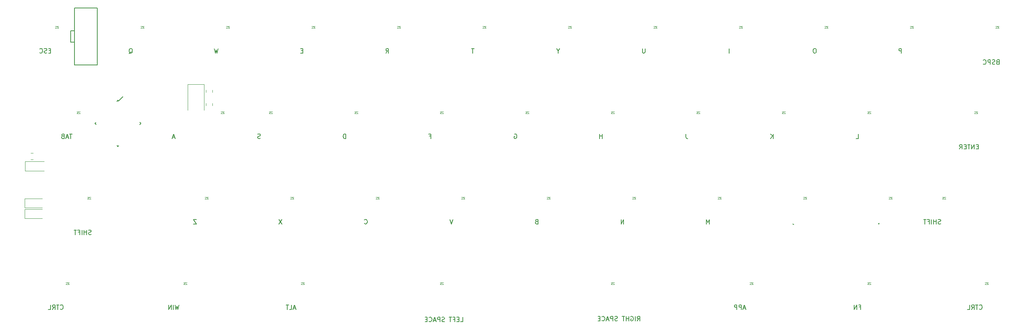
<source format=gbr>
G04 #@! TF.GenerationSoftware,KiCad,Pcbnew,(5.1.2)-2*
G04 #@! TF.CreationDate,2019-08-05T19:31:07+07:00*
G04 #@! TF.ProjectId,PCB,5043422e-6b69-4636-9164-5f7063625858,a*
G04 #@! TF.SameCoordinates,Original*
G04 #@! TF.FileFunction,Legend,Bot*
G04 #@! TF.FilePolarity,Positive*
%FSLAX46Y46*%
G04 Gerber Fmt 4.6, Leading zero omitted, Abs format (unit mm)*
G04 Created by KiCad (PCBNEW (5.1.2)-2) date 2019-08-05 19:31:07*
%MOMM*%
%LPD*%
G04 APERTURE LIST*
%ADD10C,0.120000*%
%ADD11C,0.050000*%
%ADD12C,0.203200*%
%ADD13C,0.200000*%
%ADD14C,0.150000*%
G04 APERTURE END LIST*
D10*
X36290025Y-14741472D02*
X36290025Y-15258628D01*
X37710025Y-14741472D02*
X37710025Y-15258628D01*
X36290025Y-12258628D02*
X36290025Y-11741472D01*
X37710025Y-12258628D02*
X37710025Y-11741472D01*
X-4092450Y-40373725D02*
X-4092450Y-38373725D01*
X-4092450Y-38373725D02*
X-192450Y-38373725D01*
X-4092450Y-40373725D02*
X-192450Y-40373725D01*
X-4092450Y-37992475D02*
X-192450Y-37992475D01*
X-4092450Y-35992475D02*
X-192450Y-35992475D01*
X-4092450Y-37992475D02*
X-4092450Y-35992475D01*
D11*
X3481000Y2454000D02*
X2719000Y2454000D01*
X3481000Y2009500D02*
X2719000Y2009500D01*
X2719000Y2009500D02*
X3100000Y2454000D01*
X3100000Y2454000D02*
X3481000Y2009500D01*
X7862500Y-16596000D02*
X8243500Y-17040500D01*
X7481500Y-17040500D02*
X7862500Y-16596000D01*
X8243500Y-17040500D02*
X7481500Y-17040500D01*
X8243500Y-16596000D02*
X7481500Y-16596000D01*
X10243750Y-35646000D02*
X10624750Y-36090500D01*
X9862750Y-36090500D02*
X10243750Y-35646000D01*
X10624750Y-36090500D02*
X9862750Y-36090500D01*
X10624750Y-35646000D02*
X9862750Y-35646000D01*
X5862250Y-54696000D02*
X5100250Y-54696000D01*
X5862250Y-55140500D02*
X5100250Y-55140500D01*
X5100250Y-55140500D02*
X5481250Y-54696000D01*
X5481250Y-54696000D02*
X5862250Y-55140500D01*
X22531000Y2454000D02*
X21769000Y2454000D01*
X22531000Y2009500D02*
X21769000Y2009500D01*
X21769000Y2009500D02*
X22150000Y2454000D01*
X22150000Y2454000D02*
X22531000Y2009500D01*
X40000000Y-16596000D02*
X40381000Y-17040500D01*
X39619000Y-17040500D02*
X40000000Y-16596000D01*
X40381000Y-17040500D02*
X39619000Y-17040500D01*
X40381000Y-16596000D02*
X39619000Y-16596000D01*
X36818500Y-35646000D02*
X36056500Y-35646000D01*
X36818500Y-36090500D02*
X36056500Y-36090500D01*
X36056500Y-36090500D02*
X36437500Y-35646000D01*
X36437500Y-35646000D02*
X36818500Y-36090500D01*
X31675000Y-54696000D02*
X32056000Y-55140500D01*
X31294000Y-55140500D02*
X31675000Y-54696000D01*
X32056000Y-55140500D02*
X31294000Y-55140500D01*
X32056000Y-54696000D02*
X31294000Y-54696000D01*
X41581000Y2454000D02*
X40819000Y2454000D01*
X41581000Y2009500D02*
X40819000Y2009500D01*
X40819000Y2009500D02*
X41200000Y2454000D01*
X41200000Y2454000D02*
X41581000Y2009500D01*
X50725000Y-16596000D02*
X51106000Y-17040500D01*
X50344000Y-17040500D02*
X50725000Y-16596000D01*
X51106000Y-17040500D02*
X50344000Y-17040500D01*
X51106000Y-16596000D02*
X50344000Y-16596000D01*
X55487500Y-35646000D02*
X55868500Y-36090500D01*
X55106500Y-36090500D02*
X55487500Y-35646000D01*
X55868500Y-36090500D02*
X55106500Y-36090500D01*
X55868500Y-35646000D02*
X55106500Y-35646000D01*
X58249750Y-54696000D02*
X57487750Y-54696000D01*
X58249750Y-55140500D02*
X57487750Y-55140500D01*
X57487750Y-55140500D02*
X57868750Y-54696000D01*
X57868750Y-54696000D02*
X58249750Y-55140500D01*
X60631000Y2454000D02*
X59869000Y2454000D01*
X60631000Y2009500D02*
X59869000Y2009500D01*
X59869000Y2009500D02*
X60250000Y2454000D01*
X60250000Y2454000D02*
X60631000Y2009500D01*
X69775000Y-16596000D02*
X70156000Y-17040500D01*
X69394000Y-17040500D02*
X69775000Y-16596000D01*
X70156000Y-17040500D02*
X69394000Y-17040500D01*
X70156000Y-16596000D02*
X69394000Y-16596000D01*
X74918500Y-35646000D02*
X74156500Y-35646000D01*
X74918500Y-36090500D02*
X74156500Y-36090500D01*
X74156500Y-36090500D02*
X74537500Y-35646000D01*
X74537500Y-35646000D02*
X74918500Y-36090500D01*
X88825000Y-54696000D02*
X89206000Y-55140500D01*
X88444000Y-55140500D02*
X88825000Y-54696000D01*
X89206000Y-55140500D02*
X88444000Y-55140500D01*
X89206000Y-54696000D02*
X88444000Y-54696000D01*
X79681000Y2454000D02*
X78919000Y2454000D01*
X79681000Y2009500D02*
X78919000Y2009500D01*
X78919000Y2009500D02*
X79300000Y2454000D01*
X79300000Y2454000D02*
X79681000Y2009500D01*
X89206000Y-16596000D02*
X88444000Y-16596000D01*
X89206000Y-17040500D02*
X88444000Y-17040500D01*
X88444000Y-17040500D02*
X88825000Y-16596000D01*
X88825000Y-16596000D02*
X89206000Y-17040500D01*
X93587500Y-35646000D02*
X93968500Y-36090500D01*
X93206500Y-36090500D02*
X93587500Y-35646000D01*
X93968500Y-36090500D02*
X93206500Y-36090500D01*
X93968500Y-35646000D02*
X93206500Y-35646000D01*
X98350000Y2454000D02*
X98731000Y2009500D01*
X97969000Y2009500D02*
X98350000Y2454000D01*
X98731000Y2009500D02*
X97969000Y2009500D01*
X98731000Y2454000D02*
X97969000Y2454000D01*
X107875000Y-16596000D02*
X108256000Y-17040500D01*
X107494000Y-17040500D02*
X107875000Y-16596000D01*
X108256000Y-17040500D02*
X107494000Y-17040500D01*
X108256000Y-16596000D02*
X107494000Y-16596000D01*
X112637500Y-35646000D02*
X113018500Y-36090500D01*
X112256500Y-36090500D02*
X112637500Y-35646000D01*
X113018500Y-36090500D02*
X112256500Y-36090500D01*
X113018500Y-35646000D02*
X112256500Y-35646000D01*
X127306000Y-54696000D02*
X126544000Y-54696000D01*
X127306000Y-55140500D02*
X126544000Y-55140500D01*
X126544000Y-55140500D02*
X126925000Y-54696000D01*
X126925000Y-54696000D02*
X127306000Y-55140500D01*
X117400000Y2454000D02*
X117781000Y2009500D01*
X117019000Y2009500D02*
X117400000Y2454000D01*
X117781000Y2009500D02*
X117019000Y2009500D01*
X117781000Y2454000D02*
X117019000Y2454000D01*
X127306000Y-16596000D02*
X126544000Y-16596000D01*
X127306000Y-17040500D02*
X126544000Y-17040500D01*
X126544000Y-17040500D02*
X126925000Y-16596000D01*
X126925000Y-16596000D02*
X127306000Y-17040500D01*
X132068500Y-35646000D02*
X131306500Y-35646000D01*
X132068500Y-36090500D02*
X131306500Y-36090500D01*
X131306500Y-36090500D02*
X131687500Y-35646000D01*
X131687500Y-35646000D02*
X132068500Y-36090500D01*
X136450000Y2454000D02*
X136831000Y2009500D01*
X136069000Y2009500D02*
X136450000Y2454000D01*
X136831000Y2009500D02*
X136069000Y2009500D01*
X136831000Y2454000D02*
X136069000Y2454000D01*
X145975000Y-16596000D02*
X146356000Y-17040500D01*
X145594000Y-17040500D02*
X145975000Y-16596000D01*
X146356000Y-17040500D02*
X145594000Y-17040500D01*
X146356000Y-16596000D02*
X145594000Y-16596000D01*
X150737500Y-35646000D02*
X151118500Y-36090500D01*
X150356500Y-36090500D02*
X150737500Y-35646000D01*
X151118500Y-36090500D02*
X150356500Y-36090500D01*
X151118500Y-35646000D02*
X150356500Y-35646000D01*
X157881250Y-54696000D02*
X158262250Y-55140500D01*
X157500250Y-55140500D02*
X157881250Y-54696000D01*
X158262250Y-55140500D02*
X157500250Y-55140500D01*
X158262250Y-54696000D02*
X157500250Y-54696000D01*
X155500000Y2454000D02*
X155881000Y2009500D01*
X155119000Y2009500D02*
X155500000Y2454000D01*
X155881000Y2009500D02*
X155119000Y2009500D01*
X155881000Y2454000D02*
X155119000Y2454000D01*
X165406000Y-16596000D02*
X164644000Y-16596000D01*
X165406000Y-17040500D02*
X164644000Y-17040500D01*
X164644000Y-17040500D02*
X165025000Y-16596000D01*
X165025000Y-16596000D02*
X165406000Y-17040500D01*
X170168500Y-35646000D02*
X169406500Y-35646000D01*
X170168500Y-36090500D02*
X169406500Y-36090500D01*
X169406500Y-36090500D02*
X169787500Y-35646000D01*
X169787500Y-35646000D02*
X170168500Y-36090500D01*
X184456000Y-54696000D02*
X183694000Y-54696000D01*
X184456000Y-55140500D02*
X183694000Y-55140500D01*
X183694000Y-55140500D02*
X184075000Y-54696000D01*
X184075000Y-54696000D02*
X184456000Y-55140500D01*
X174550000Y2454000D02*
X174931000Y2009500D01*
X174169000Y2009500D02*
X174550000Y2454000D01*
X174931000Y2009500D02*
X174169000Y2009500D01*
X174931000Y2454000D02*
X174169000Y2454000D01*
X184456000Y-16596000D02*
X183694000Y-16596000D01*
X184456000Y-17040500D02*
X183694000Y-17040500D01*
X183694000Y-17040500D02*
X184075000Y-16596000D01*
X184075000Y-16596000D02*
X184456000Y-17040500D01*
X213031000Y2454000D02*
X212269000Y2454000D01*
X213031000Y2009500D02*
X212269000Y2009500D01*
X212269000Y2009500D02*
X212650000Y2454000D01*
X212650000Y2454000D02*
X213031000Y2009500D01*
X193981000Y2454000D02*
X193219000Y2454000D01*
X193981000Y2009500D02*
X193219000Y2009500D01*
X193219000Y2009500D02*
X193600000Y2454000D01*
X193600000Y2454000D02*
X193981000Y2009500D01*
X208268500Y-16596000D02*
X207506500Y-16596000D01*
X208268500Y-17040500D02*
X207506500Y-17040500D01*
X207506500Y-17040500D02*
X207887500Y-16596000D01*
X207887500Y-16596000D02*
X208268500Y-17040500D01*
X200743750Y-35646000D02*
X201124750Y-36090500D01*
X200362750Y-36090500D02*
X200743750Y-35646000D01*
X201124750Y-36090500D02*
X200362750Y-36090500D01*
X201124750Y-35646000D02*
X200362750Y-35646000D01*
X210268750Y-54696000D02*
X210649750Y-55140500D01*
X209887750Y-55140500D02*
X210268750Y-54696000D01*
X210649750Y-55140500D02*
X209887750Y-55140500D01*
X210649750Y-54696000D02*
X209887750Y-54696000D01*
X189218500Y-35646000D02*
X188456500Y-35646000D01*
X189218500Y-36090500D02*
X188456500Y-36090500D01*
X188456500Y-36090500D02*
X188837500Y-35646000D01*
X188837500Y-35646000D02*
X189218500Y-36090500D01*
D12*
X6985025Y-6191300D02*
X12065025Y-6191300D01*
X12065025Y-6191300D02*
X12065025Y6508700D01*
X6985025Y6508700D02*
X6985025Y-6191300D01*
D13*
X6175025Y1458700D02*
X6975025Y1458700D01*
X6175025Y-1091300D02*
X6175025Y1458700D01*
X6975025Y-1091300D02*
X6175025Y-1091300D01*
D12*
X12065025Y6508700D02*
X6985025Y6508700D01*
D14*
X16700000Y-14073526D02*
X16859099Y-14232625D01*
X11573476Y-19200050D02*
X11803286Y-19429860D01*
X16700000Y-24326574D02*
X16470190Y-24096764D01*
X21826524Y-19200050D02*
X21596714Y-18970240D01*
X16700000Y-14073526D02*
X16470190Y-14303336D01*
X21826524Y-19200050D02*
X21596714Y-19429860D01*
X16700000Y-24326574D02*
X16929810Y-24096764D01*
X11573476Y-19200050D02*
X11803286Y-18970240D01*
X16859099Y-14232625D02*
X17866726Y-13224998D01*
D10*
X32280025Y-16200050D02*
X32280025Y-10450050D01*
X32280025Y-10450050D02*
X35880025Y-10450050D01*
X35880025Y-10450050D02*
X35880025Y-16200050D01*
X-4017714Y-29771649D02*
X232286Y-29771649D01*
X-4017714Y-27671649D02*
X232286Y-27671649D01*
X-4017714Y-29771649D02*
X-4017714Y-27671649D01*
X-2696292Y-27231649D02*
X-2179136Y-27231649D01*
X-2696292Y-25811649D02*
X-2179136Y-25811649D01*
D12*
X1698501Y-2976621D02*
X1365167Y-2976621D01*
X1222310Y-3500430D02*
X1698501Y-3500430D01*
X1698501Y-2500430D01*
X1222310Y-2500430D01*
X841358Y-3452811D02*
X698501Y-3500430D01*
X460405Y-3500430D01*
X365167Y-3452811D01*
X317548Y-3405192D01*
X269929Y-3309954D01*
X269929Y-3214716D01*
X317548Y-3119478D01*
X365167Y-3071859D01*
X460405Y-3024240D01*
X650882Y-2976621D01*
X746120Y-2929002D01*
X793739Y-2881383D01*
X841358Y-2786145D01*
X841358Y-2690907D01*
X793739Y-2595669D01*
X746120Y-2548050D01*
X650882Y-2500430D01*
X412786Y-2500430D01*
X269929Y-2548050D01*
X-730070Y-3405192D02*
X-682451Y-3452811D01*
X-539594Y-3500430D01*
X-444355Y-3500430D01*
X-301498Y-3452811D01*
X-206260Y-3357573D01*
X-158641Y-3262335D01*
X-111022Y-3071859D01*
X-111022Y-2929002D01*
X-158641Y-2738526D01*
X-206260Y-2643288D01*
X-301498Y-2548050D01*
X-444355Y-2500430D01*
X-539594Y-2500430D01*
X-682451Y-2548050D01*
X-730070Y-2595669D01*
X6484810Y-21550430D02*
X5913382Y-21550430D01*
X6199096Y-22550430D02*
X6199096Y-21550430D01*
X5627667Y-22264716D02*
X5151477Y-22264716D01*
X5722905Y-22550430D02*
X5389572Y-21550430D01*
X5056239Y-22550430D01*
X4389572Y-22026621D02*
X4246715Y-22074240D01*
X4199096Y-22121859D01*
X4151477Y-22217097D01*
X4151477Y-22359954D01*
X4199096Y-22455192D01*
X4246715Y-22502811D01*
X4341953Y-22550430D01*
X4722905Y-22550430D01*
X4722905Y-21550430D01*
X4389572Y-21550430D01*
X4294334Y-21598050D01*
X4246715Y-21645669D01*
X4199096Y-21740907D01*
X4199096Y-21836145D01*
X4246715Y-21931383D01*
X4294334Y-21979002D01*
X4389572Y-22026621D01*
X4722905Y-22026621D01*
X10710797Y-43933811D02*
X10567940Y-43981430D01*
X10329845Y-43981430D01*
X10234607Y-43933811D01*
X10186988Y-43886192D01*
X10139369Y-43790954D01*
X10139369Y-43695716D01*
X10186988Y-43600478D01*
X10234607Y-43552859D01*
X10329845Y-43505240D01*
X10520321Y-43457621D01*
X10615559Y-43410002D01*
X10663178Y-43362383D01*
X10710797Y-43267145D01*
X10710797Y-43171907D01*
X10663178Y-43076669D01*
X10615559Y-43029050D01*
X10520321Y-42981430D01*
X10282226Y-42981430D01*
X10139369Y-43029050D01*
X9710797Y-43981430D02*
X9710797Y-42981430D01*
X9710797Y-43457621D02*
X9139369Y-43457621D01*
X9139369Y-43981430D02*
X9139369Y-42981430D01*
X8663178Y-43981430D02*
X8663178Y-42981430D01*
X7853655Y-43457621D02*
X8186988Y-43457621D01*
X8186988Y-43981430D02*
X8186988Y-42981430D01*
X7710797Y-42981430D01*
X7472702Y-42981430D02*
X6901274Y-42981430D01*
X7186988Y-43981430D02*
X7186988Y-42981430D01*
X3865465Y-60555192D02*
X3913084Y-60602811D01*
X4055941Y-60650430D01*
X4151179Y-60650430D01*
X4294036Y-60602811D01*
X4389275Y-60507573D01*
X4436894Y-60412335D01*
X4484513Y-60221859D01*
X4484513Y-60079002D01*
X4436894Y-59888526D01*
X4389275Y-59793288D01*
X4294036Y-59698050D01*
X4151179Y-59650430D01*
X4055941Y-59650430D01*
X3913084Y-59698050D01*
X3865465Y-59745669D01*
X3579751Y-59650430D02*
X3008322Y-59650430D01*
X3294036Y-60650430D02*
X3294036Y-59650430D01*
X2103560Y-60650430D02*
X2436894Y-60174240D01*
X2674989Y-60650430D02*
X2674989Y-59650430D01*
X2294036Y-59650430D01*
X2198798Y-59698050D01*
X2151179Y-59745669D01*
X2103560Y-59840907D01*
X2103560Y-59983764D01*
X2151179Y-60079002D01*
X2198798Y-60126621D01*
X2294036Y-60174240D01*
X2674989Y-60174240D01*
X1198798Y-60650430D02*
X1674989Y-60650430D01*
X1674989Y-59650430D01*
X19177072Y-3595669D02*
X19272310Y-3548050D01*
X19367548Y-3452811D01*
X19510405Y-3309954D01*
X19605644Y-3262335D01*
X19700882Y-3262335D01*
X19653263Y-3500430D02*
X19748501Y-3452811D01*
X19843739Y-3357573D01*
X19891358Y-3167097D01*
X19891358Y-2833764D01*
X19843739Y-2643288D01*
X19748501Y-2548050D01*
X19653263Y-2500430D01*
X19462786Y-2500430D01*
X19367548Y-2548050D01*
X19272310Y-2643288D01*
X19224691Y-2833764D01*
X19224691Y-3167097D01*
X19272310Y-3357573D01*
X19367548Y-3452811D01*
X19462786Y-3500430D01*
X19653263Y-3500430D01*
X29321120Y-22264716D02*
X28844929Y-22264716D01*
X29416358Y-22550430D02*
X29083025Y-21550430D01*
X28749691Y-22550430D01*
X34178858Y-40600430D02*
X33512191Y-40600430D01*
X34178858Y-41600430D01*
X33512191Y-41600430D01*
X30273501Y-59650430D02*
X30035405Y-60650430D01*
X29844929Y-59936145D01*
X29654453Y-60650430D01*
X29416358Y-59650430D01*
X29035405Y-60650430D02*
X29035405Y-59650430D01*
X28559215Y-60650430D02*
X28559215Y-59650430D01*
X27987786Y-60650430D01*
X27987786Y-59650430D01*
X39036596Y-2500430D02*
X38798501Y-3500430D01*
X38608025Y-2786145D01*
X38417548Y-3500430D01*
X38179453Y-2500430D01*
X48418739Y-22502811D02*
X48275882Y-22550430D01*
X48037786Y-22550430D01*
X47942548Y-22502811D01*
X47894929Y-22455192D01*
X47847310Y-22359954D01*
X47847310Y-22264716D01*
X47894929Y-22169478D01*
X47942548Y-22121859D01*
X48037786Y-22074240D01*
X48228263Y-22026621D01*
X48323501Y-21979002D01*
X48371120Y-21931383D01*
X48418739Y-21836145D01*
X48418739Y-21740907D01*
X48371120Y-21645669D01*
X48323501Y-21598050D01*
X48228263Y-21550430D01*
X47990167Y-21550430D01*
X47847310Y-21598050D01*
X53228858Y-40600430D02*
X52562191Y-41600430D01*
X52562191Y-40600430D02*
X53228858Y-41600430D01*
X56300584Y-60364716D02*
X55824394Y-60364716D01*
X56395822Y-60650430D02*
X56062489Y-59650430D01*
X55729155Y-60650430D01*
X54919632Y-60650430D02*
X55395822Y-60650430D01*
X55395822Y-59650430D01*
X54729155Y-59650430D02*
X54157727Y-59650430D01*
X54443441Y-60650430D02*
X54443441Y-59650430D01*
X57872310Y-2976621D02*
X57538977Y-2976621D01*
X57396120Y-3500430D02*
X57872310Y-3500430D01*
X57872310Y-2500430D01*
X57396120Y-2500430D01*
X67444929Y-22550430D02*
X67444929Y-21550430D01*
X67206834Y-21550430D01*
X67063977Y-21598050D01*
X66968739Y-21693288D01*
X66921120Y-21788526D01*
X66873501Y-21979002D01*
X66873501Y-22121859D01*
X66921120Y-22312335D01*
X66968739Y-22407573D01*
X67063977Y-22502811D01*
X67206834Y-22550430D01*
X67444929Y-22550430D01*
X71636001Y-41505192D02*
X71683620Y-41552811D01*
X71826477Y-41600430D01*
X71921715Y-41600430D01*
X72064572Y-41552811D01*
X72159810Y-41457573D01*
X72207429Y-41362335D01*
X72255048Y-41171859D01*
X72255048Y-41029002D01*
X72207429Y-40838526D01*
X72159810Y-40743288D01*
X72064572Y-40648050D01*
X71921715Y-40600430D01*
X71826477Y-40600430D01*
X71683620Y-40648050D01*
X71636001Y-40695669D01*
X93024031Y-63404810D02*
X93500221Y-63404810D01*
X93500221Y-62404810D01*
X92690697Y-62881001D02*
X92357364Y-62881001D01*
X92214507Y-63404810D02*
X92690697Y-63404810D01*
X92690697Y-62404810D01*
X92214507Y-62404810D01*
X91452602Y-62881001D02*
X91785935Y-62881001D01*
X91785935Y-63404810D02*
X91785935Y-62404810D01*
X91309745Y-62404810D01*
X91071650Y-62404810D02*
X90500221Y-62404810D01*
X90785935Y-63404810D02*
X90785935Y-62404810D01*
X89452602Y-63357191D02*
X89309745Y-63404810D01*
X89071650Y-63404810D01*
X88976412Y-63357191D01*
X88928793Y-63309572D01*
X88881174Y-63214334D01*
X88881174Y-63119096D01*
X88928793Y-63023858D01*
X88976412Y-62976239D01*
X89071650Y-62928620D01*
X89262126Y-62881001D01*
X89357364Y-62833382D01*
X89404983Y-62785763D01*
X89452602Y-62690525D01*
X89452602Y-62595287D01*
X89404983Y-62500049D01*
X89357364Y-62452430D01*
X89262126Y-62404810D01*
X89024031Y-62404810D01*
X88881174Y-62452430D01*
X88452602Y-63404810D02*
X88452602Y-62404810D01*
X88071650Y-62404810D01*
X87976412Y-62452430D01*
X87928793Y-62500049D01*
X87881174Y-62595287D01*
X87881174Y-62738144D01*
X87928793Y-62833382D01*
X87976412Y-62881001D01*
X88071650Y-62928620D01*
X88452602Y-62928620D01*
X87500221Y-63119096D02*
X87024031Y-63119096D01*
X87595459Y-63404810D02*
X87262126Y-62404810D01*
X86928793Y-63404810D01*
X86024031Y-63309572D02*
X86071650Y-63357191D01*
X86214507Y-63404810D01*
X86309745Y-63404810D01*
X86452602Y-63357191D01*
X86547840Y-63261953D01*
X86595459Y-63166715D01*
X86643078Y-62976239D01*
X86643078Y-62833382D01*
X86595459Y-62642906D01*
X86547840Y-62547668D01*
X86452602Y-62452430D01*
X86309745Y-62404810D01*
X86214507Y-62404810D01*
X86071650Y-62452430D01*
X86024031Y-62500049D01*
X85595459Y-62881001D02*
X85262126Y-62881001D01*
X85119269Y-63404810D02*
X85595459Y-63404810D01*
X85595459Y-62404810D01*
X85119269Y-62404810D01*
X76398501Y-3500430D02*
X76731834Y-3024240D01*
X76969929Y-3500430D02*
X76969929Y-2500430D01*
X76588977Y-2500430D01*
X76493739Y-2548050D01*
X76446120Y-2595669D01*
X76398501Y-2690907D01*
X76398501Y-2833764D01*
X76446120Y-2929002D01*
X76493739Y-2976621D01*
X76588977Y-3024240D01*
X76969929Y-3024240D01*
X86090167Y-22026621D02*
X86423501Y-22026621D01*
X86423501Y-22550430D02*
X86423501Y-21550430D01*
X85947310Y-21550430D01*
X91328858Y-40600430D02*
X90995525Y-41600430D01*
X90662191Y-40600430D01*
X96043739Y-2500430D02*
X95472310Y-2500430D01*
X95758025Y-3500430D02*
X95758025Y-2500430D01*
X105021120Y-21598050D02*
X105116358Y-21550430D01*
X105259215Y-21550430D01*
X105402072Y-21598050D01*
X105497310Y-21693288D01*
X105544929Y-21788526D01*
X105592548Y-21979002D01*
X105592548Y-22121859D01*
X105544929Y-22312335D01*
X105497310Y-22407573D01*
X105402072Y-22502811D01*
X105259215Y-22550430D01*
X105163977Y-22550430D01*
X105021120Y-22502811D01*
X104973501Y-22455192D01*
X104973501Y-22121859D01*
X105163977Y-22121859D01*
X109974096Y-41076621D02*
X109831239Y-41124240D01*
X109783620Y-41171859D01*
X109736001Y-41267097D01*
X109736001Y-41409954D01*
X109783620Y-41505192D01*
X109831239Y-41552811D01*
X109926477Y-41600430D01*
X110307429Y-41600430D01*
X110307429Y-40600430D01*
X109974096Y-40600430D01*
X109878858Y-40648050D01*
X109831239Y-40695669D01*
X109783620Y-40790907D01*
X109783620Y-40886145D01*
X109831239Y-40981383D01*
X109878858Y-41029002D01*
X109974096Y-41076621D01*
X110307429Y-41076621D01*
X132406683Y-63206690D02*
X132740016Y-62730500D01*
X132978112Y-63206690D02*
X132978112Y-62206690D01*
X132597159Y-62206690D01*
X132501921Y-62254310D01*
X132454302Y-62301929D01*
X132406683Y-62397167D01*
X132406683Y-62540024D01*
X132454302Y-62635262D01*
X132501921Y-62682881D01*
X132597159Y-62730500D01*
X132978112Y-62730500D01*
X131978112Y-63206690D02*
X131978112Y-62206690D01*
X130978112Y-62254310D02*
X131073350Y-62206690D01*
X131216207Y-62206690D01*
X131359064Y-62254310D01*
X131454302Y-62349548D01*
X131501921Y-62444786D01*
X131549540Y-62635262D01*
X131549540Y-62778119D01*
X131501921Y-62968595D01*
X131454302Y-63063833D01*
X131359064Y-63159071D01*
X131216207Y-63206690D01*
X131120969Y-63206690D01*
X130978112Y-63159071D01*
X130930493Y-63111452D01*
X130930493Y-62778119D01*
X131120969Y-62778119D01*
X130501921Y-63206690D02*
X130501921Y-62206690D01*
X130501921Y-62682881D02*
X129930493Y-62682881D01*
X129930493Y-63206690D02*
X129930493Y-62206690D01*
X129597159Y-62206690D02*
X129025731Y-62206690D01*
X129311445Y-63206690D02*
X129311445Y-62206690D01*
X127978112Y-63159071D02*
X127835255Y-63206690D01*
X127597159Y-63206690D01*
X127501921Y-63159071D01*
X127454302Y-63111452D01*
X127406683Y-63016214D01*
X127406683Y-62920976D01*
X127454302Y-62825738D01*
X127501921Y-62778119D01*
X127597159Y-62730500D01*
X127787635Y-62682881D01*
X127882874Y-62635262D01*
X127930493Y-62587643D01*
X127978112Y-62492405D01*
X127978112Y-62397167D01*
X127930493Y-62301929D01*
X127882874Y-62254310D01*
X127787635Y-62206690D01*
X127549540Y-62206690D01*
X127406683Y-62254310D01*
X126978112Y-63206690D02*
X126978112Y-62206690D01*
X126597159Y-62206690D01*
X126501921Y-62254310D01*
X126454302Y-62301929D01*
X126406683Y-62397167D01*
X126406683Y-62540024D01*
X126454302Y-62635262D01*
X126501921Y-62682881D01*
X126597159Y-62730500D01*
X126978112Y-62730500D01*
X126025731Y-62920976D02*
X125549540Y-62920976D01*
X126120969Y-63206690D02*
X125787635Y-62206690D01*
X125454302Y-63206690D01*
X124549540Y-63111452D02*
X124597159Y-63159071D01*
X124740016Y-63206690D01*
X124835255Y-63206690D01*
X124978112Y-63159071D01*
X125073350Y-63063833D01*
X125120969Y-62968595D01*
X125168588Y-62778119D01*
X125168588Y-62635262D01*
X125120969Y-62444786D01*
X125073350Y-62349548D01*
X124978112Y-62254310D01*
X124835255Y-62206690D01*
X124740016Y-62206690D01*
X124597159Y-62254310D01*
X124549540Y-62301929D01*
X124120969Y-62682881D02*
X123787635Y-62682881D01*
X123644778Y-63206690D02*
X124120969Y-63206690D01*
X124120969Y-62206690D01*
X123644778Y-62206690D01*
X114808025Y-3024240D02*
X114808025Y-3500430D01*
X115141358Y-2500430D02*
X114808025Y-3024240D01*
X114474691Y-2500430D01*
X124618739Y-22550430D02*
X124618739Y-21550430D01*
X124618739Y-22026621D02*
X124047310Y-22026621D01*
X124047310Y-22550430D02*
X124047310Y-21550430D01*
X129381239Y-41600430D02*
X129381239Y-40600430D01*
X128809810Y-41600430D01*
X128809810Y-40600430D01*
X134143739Y-2500430D02*
X134143739Y-3309954D01*
X134096120Y-3405192D01*
X134048501Y-3452811D01*
X133953263Y-3500430D01*
X133762786Y-3500430D01*
X133667548Y-3452811D01*
X133619929Y-3405192D01*
X133572310Y-3309954D01*
X133572310Y-2500430D01*
X143240167Y-21550430D02*
X143240167Y-22264716D01*
X143287786Y-22407573D01*
X143383025Y-22502811D01*
X143525882Y-22550430D01*
X143621120Y-22550430D01*
X148478858Y-41600430D02*
X148478858Y-40600430D01*
X148145525Y-41314716D01*
X147812191Y-40600430D01*
X147812191Y-41600430D01*
X156527370Y-60364716D02*
X156051179Y-60364716D01*
X156622608Y-60650430D02*
X156289275Y-59650430D01*
X155955941Y-60650430D01*
X155622608Y-60650430D02*
X155622608Y-59650430D01*
X155241655Y-59650430D01*
X155146417Y-59698050D01*
X155098798Y-59745669D01*
X155051179Y-59840907D01*
X155051179Y-59983764D01*
X155098798Y-60079002D01*
X155146417Y-60126621D01*
X155241655Y-60174240D01*
X155622608Y-60174240D01*
X154622608Y-60650430D02*
X154622608Y-59650430D01*
X154241655Y-59650430D01*
X154146417Y-59698050D01*
X154098798Y-59745669D01*
X154051179Y-59840907D01*
X154051179Y-59983764D01*
X154098798Y-60079002D01*
X154146417Y-60126621D01*
X154241655Y-60174240D01*
X154622608Y-60174240D01*
X152908025Y-3500430D02*
X152908025Y-2500430D01*
X162694929Y-22550430D02*
X162694929Y-21550430D01*
X162123501Y-22550430D02*
X162552072Y-21979002D01*
X162123501Y-21550430D02*
X162694929Y-22121859D01*
X167147905Y-41552811D02*
X167147905Y-41600430D01*
X167195525Y-41695669D01*
X167243144Y-41743288D01*
X181863977Y-60126621D02*
X182197310Y-60126621D01*
X182197310Y-60650430D02*
X182197310Y-59650430D01*
X181721120Y-59650430D01*
X181340167Y-60650430D02*
X181340167Y-59650430D01*
X180768739Y-60650430D01*
X180768739Y-59650430D01*
X172053263Y-2500430D02*
X171862786Y-2500430D01*
X171767548Y-2548050D01*
X171672310Y-2643288D01*
X171624691Y-2833764D01*
X171624691Y-3167097D01*
X171672310Y-3357573D01*
X171767548Y-3452811D01*
X171862786Y-3500430D01*
X172053263Y-3500430D01*
X172148501Y-3452811D01*
X172243739Y-3357573D01*
X172291358Y-3167097D01*
X172291358Y-2833764D01*
X172243739Y-2643288D01*
X172148501Y-2548050D01*
X172053263Y-2500430D01*
X181173501Y-22550430D02*
X181649691Y-22550430D01*
X181649691Y-21550430D01*
X212714196Y-5487161D02*
X212571339Y-5534780D01*
X212523720Y-5582399D01*
X212476101Y-5677637D01*
X212476101Y-5820494D01*
X212523720Y-5915732D01*
X212571339Y-5963351D01*
X212666577Y-6010970D01*
X213047530Y-6010970D01*
X213047530Y-5010970D01*
X212714196Y-5010970D01*
X212618958Y-5058590D01*
X212571339Y-5106209D01*
X212523720Y-5201447D01*
X212523720Y-5296685D01*
X212571339Y-5391923D01*
X212618958Y-5439542D01*
X212714196Y-5487161D01*
X213047530Y-5487161D01*
X212095149Y-5963351D02*
X211952292Y-6010970D01*
X211714196Y-6010970D01*
X211618958Y-5963351D01*
X211571339Y-5915732D01*
X211523720Y-5820494D01*
X211523720Y-5725256D01*
X211571339Y-5630018D01*
X211618958Y-5582399D01*
X211714196Y-5534780D01*
X211904673Y-5487161D01*
X211999911Y-5439542D01*
X212047530Y-5391923D01*
X212095149Y-5296685D01*
X212095149Y-5201447D01*
X212047530Y-5106209D01*
X211999911Y-5058590D01*
X211904673Y-5010970D01*
X211666577Y-5010970D01*
X211523720Y-5058590D01*
X211095149Y-6010970D02*
X211095149Y-5010970D01*
X210714196Y-5010970D01*
X210618958Y-5058590D01*
X210571339Y-5106209D01*
X210523720Y-5201447D01*
X210523720Y-5344304D01*
X210571339Y-5439542D01*
X210618958Y-5487161D01*
X210714196Y-5534780D01*
X211095149Y-5534780D01*
X209523720Y-5915732D02*
X209571339Y-5963351D01*
X209714196Y-6010970D01*
X209809435Y-6010970D01*
X209952292Y-5963351D01*
X210047530Y-5868113D01*
X210095149Y-5772875D01*
X210142768Y-5582399D01*
X210142768Y-5439542D01*
X210095149Y-5249066D01*
X210047530Y-5153828D01*
X209952292Y-5058590D01*
X209809435Y-5010970D01*
X209714196Y-5010970D01*
X209571339Y-5058590D01*
X209523720Y-5106209D01*
X191269929Y-3500430D02*
X191269929Y-2500430D01*
X190888977Y-2500430D01*
X190793739Y-2548050D01*
X190746120Y-2595669D01*
X190698501Y-2690907D01*
X190698501Y-2833764D01*
X190746120Y-2929002D01*
X190793739Y-2976621D01*
X190888977Y-3024240D01*
X191269929Y-3024240D01*
X208402463Y-24377141D02*
X208069130Y-24377141D01*
X207926273Y-24900950D02*
X208402463Y-24900950D01*
X208402463Y-23900950D01*
X207926273Y-23900950D01*
X207497701Y-24900950D02*
X207497701Y-23900950D01*
X206926273Y-24900950D01*
X206926273Y-23900950D01*
X206592939Y-23900950D02*
X206021511Y-23900950D01*
X206307225Y-24900950D02*
X206307225Y-23900950D01*
X205688177Y-24377141D02*
X205354844Y-24377141D01*
X205211987Y-24900950D02*
X205688177Y-24900950D01*
X205688177Y-23900950D01*
X205211987Y-23900950D01*
X204211987Y-24900950D02*
X204545320Y-24424760D01*
X204783415Y-24900950D02*
X204783415Y-23900950D01*
X204402463Y-23900950D01*
X204307225Y-23948570D01*
X204259606Y-23996189D01*
X204211987Y-24091427D01*
X204211987Y-24234284D01*
X204259606Y-24329522D01*
X204307225Y-24377141D01*
X204402463Y-24424760D01*
X204783415Y-24424760D01*
X208652965Y-60555192D02*
X208700584Y-60602811D01*
X208843441Y-60650430D01*
X208938679Y-60650430D01*
X209081536Y-60602811D01*
X209176775Y-60507573D01*
X209224394Y-60412335D01*
X209272013Y-60221859D01*
X209272013Y-60079002D01*
X209224394Y-59888526D01*
X209176775Y-59793288D01*
X209081536Y-59698050D01*
X208938679Y-59650430D01*
X208843441Y-59650430D01*
X208700584Y-59698050D01*
X208652965Y-59745669D01*
X208367251Y-59650430D02*
X207795822Y-59650430D01*
X208081536Y-60650430D02*
X208081536Y-59650430D01*
X206891060Y-60650430D02*
X207224394Y-60174240D01*
X207462489Y-60650430D02*
X207462489Y-59650430D01*
X207081536Y-59650430D01*
X206986298Y-59698050D01*
X206938679Y-59745669D01*
X206891060Y-59840907D01*
X206891060Y-59983764D01*
X206938679Y-60079002D01*
X206986298Y-60126621D01*
X207081536Y-60174240D01*
X207462489Y-60174240D01*
X205986298Y-60650430D02*
X206462489Y-60650430D01*
X206462489Y-59650430D01*
X186245525Y-41505192D02*
X186197905Y-41552811D01*
X186245525Y-41600430D01*
X186293144Y-41552811D01*
X186245525Y-41505192D01*
X186245525Y-41600430D01*
X200008967Y-41552911D02*
X199866110Y-41600530D01*
X199628015Y-41600530D01*
X199532777Y-41552911D01*
X199485158Y-41505292D01*
X199437539Y-41410054D01*
X199437539Y-41314816D01*
X199485158Y-41219578D01*
X199532777Y-41171959D01*
X199628015Y-41124340D01*
X199818491Y-41076721D01*
X199913729Y-41029102D01*
X199961348Y-40981483D01*
X200008967Y-40886245D01*
X200008967Y-40791007D01*
X199961348Y-40695769D01*
X199913729Y-40648150D01*
X199818491Y-40600530D01*
X199580396Y-40600530D01*
X199437539Y-40648150D01*
X199008967Y-41600530D02*
X199008967Y-40600530D01*
X199008967Y-41076721D02*
X198437539Y-41076721D01*
X198437539Y-41600530D02*
X198437539Y-40600530D01*
X197961348Y-41600530D02*
X197961348Y-40600530D01*
X197151825Y-41076721D02*
X197485158Y-41076721D01*
X197485158Y-41600530D02*
X197485158Y-40600530D01*
X197008967Y-40600530D01*
X196770872Y-40600530D02*
X196199444Y-40600530D01*
X196485158Y-41600530D02*
X196485158Y-40600530D01*
M02*

</source>
